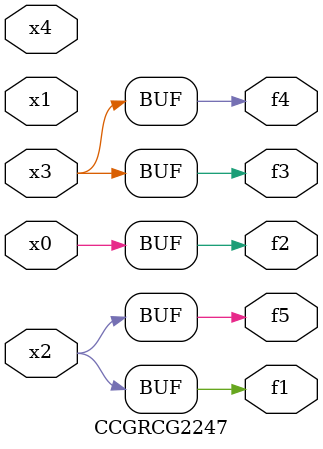
<source format=v>
module CCGRCG2247(
	input x0, x1, x2, x3, x4,
	output f1, f2, f3, f4, f5
);
	assign f1 = x2;
	assign f2 = x0;
	assign f3 = x3;
	assign f4 = x3;
	assign f5 = x2;
endmodule

</source>
